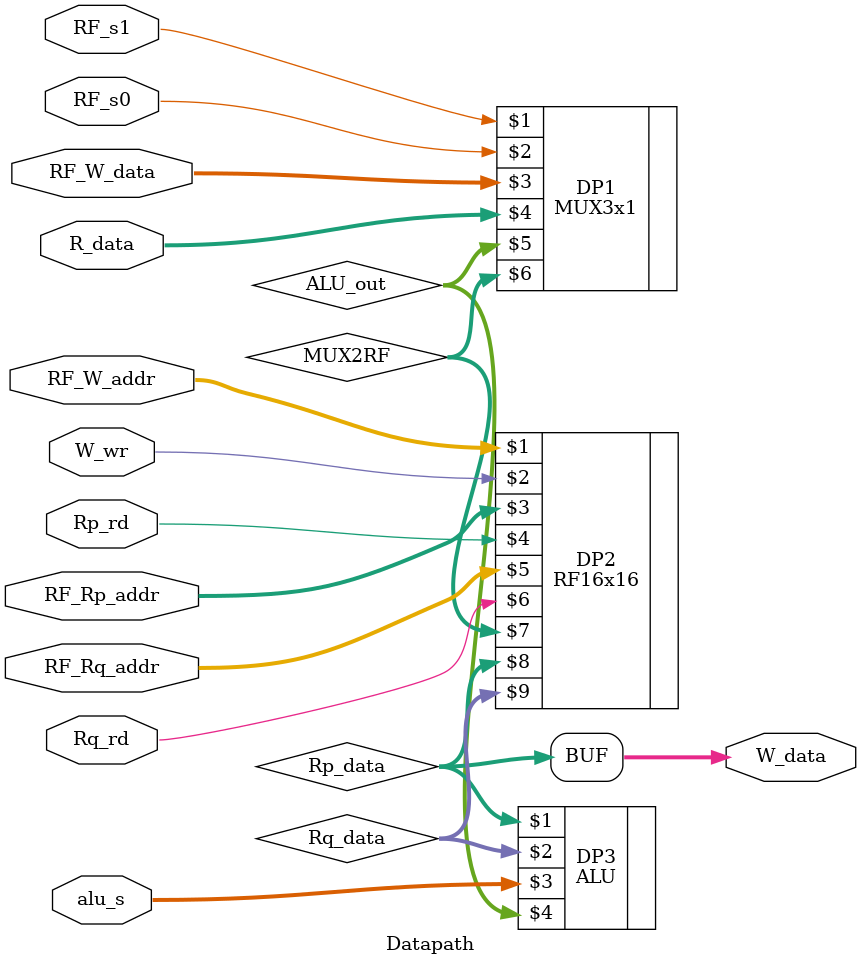
<source format=v>
`timescale 1ns / 1ps


module Datapath(
    input [15:0] R_data,
    input [7:0] RF_W_data,
    input RF_s1,
    input RF_s0,
    input [3:0] RF_W_addr,
    input W_wr,
    input [3:0] RF_Rp_addr,
    input Rp_rd,
    input [3:0] RF_Rq_addr,
    input Rq_rd,
    input [2:0] alu_s,
    output [15:0] W_data
    );
    
    wire [15:0] ALU_out;
    wire [15:0] MUX2RF;
    wire [15:0] Rq_data;
    wire [15:0] Rp_data;
    
    assign W_data = Rp_data;
    
    MUX3x1 DP1(RF_s1, RF_s0, RF_W_data, R_data, ALU_out, MUX2RF);
    RF16x16 DP2(RF_W_addr, W_wr, RF_Rp_addr, Rp_rd, RF_Rq_addr, Rq_rd, MUX2RF, Rp_data, Rq_data);
    ALU DP3(Rp_data, Rq_data, alu_s, ALU_out);
    
    
endmodule

</source>
